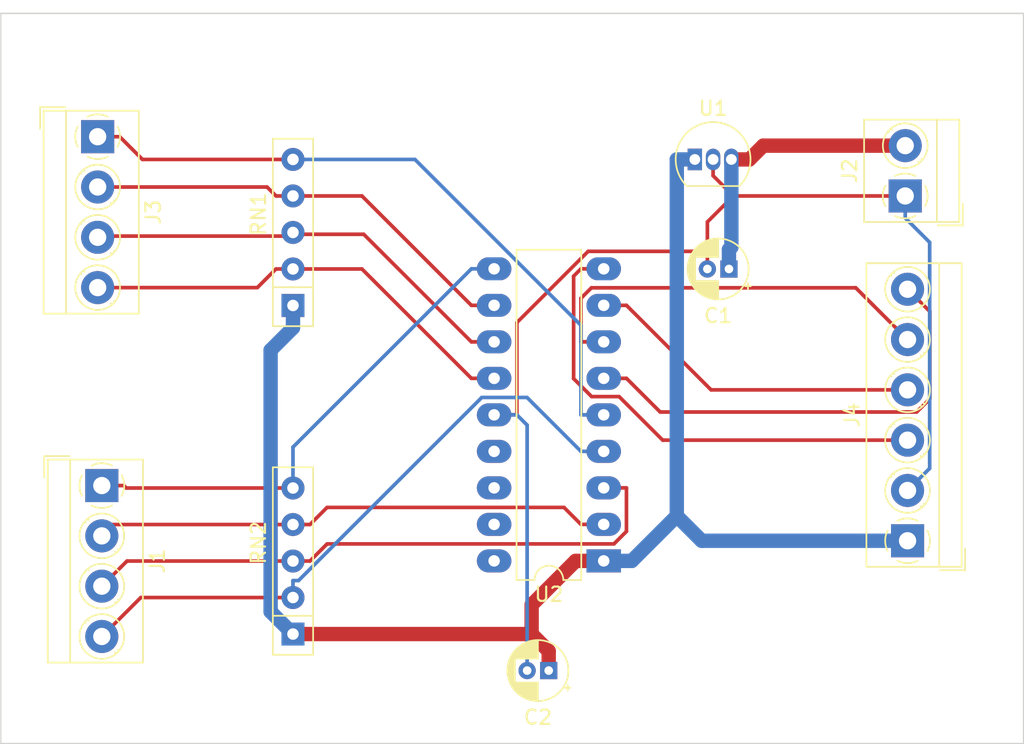
<source format=kicad_pcb>
(kicad_pcb (version 20211014) (generator pcbnew)
  (layers (0 "F.Cu" signal) (31 "B.Cu" signal) (34 "B.Paste" user) (35 "F.Paste" user) (36 "B.SilkS" user "B.Silkscreen") (37 "F.SilkS" user "F.Silkscreen") (38 "B.Mask" user) (39 "F.Mask" user) (44 "Edge.Cuts" user))
  (net 0 "")
  (net 1 "+12V")
  (net 2 "GND")
  (net 3 "+5V")
  (net 4 "/RC0")
  (net 5 "Net-(J1-Pad2)")
  (net 6 "Net-(J1-Pad3)")
  (net 7 "Net-(J1-Pad4)")
  (net 8 "/RC5")
  (net 9 "Net-(J3-Pad2)")
  (net 10 "Net-(J3-Pad3)")
  (net 11 "Net-(J3-Pad4)")
  (net 12 "/RC1")
  (net 13 "Net-(J4-Pad4)")
  (net 14 "Net-(J4-Pad5)")
  (net 15 "Net-(J4-Pad6)")
  (footprint "Capacitor_THT:CP_Radial_D4.0mm_P1.50mm" (layer "F.Cu") (at 116.6726 53.34 180)
    (fp_text reference "C1" (at 0.75 -3.25) (layer "F.SilkS"))
    (fp_text value "330pF")
    (fp_line (start 0.79 -2.08) (end 0.79 -0.84) (layer "F.SilkS") (width 0.12))
    (fp_line (start 2.151 -1.552) (end 2.151 -0.84) (layer "F.SilkS") (width 0.12))
    (fp_line (start 2.431 -1.254) (end 2.431 1.254) (layer "F.SilkS") (width 0.12))
    (fp_line (start 1.511 0.84) (end 1.511 1.94) (layer "F.SilkS") (width 0.12))
    (fp_line (start 1.471 0.84) (end 1.471 1.954) (layer "F.SilkS") (width 0.12))
    (fp_line (start 1.03 -2.062) (end 1.03 -0.84) (layer "F.SilkS") (width 0.12))
    (fp_line (start 0.99 0.84) (end 0.99 2.067) (layer "F.SilkS") (width 0.12))
    (fp_line (start 1.911 -1.735) (end 1.911 -0.84) (layer "F.SilkS") (width 0.12))
    (fp_line (start 2.231 0.84) (end 2.231 1.478) (layer "F.SilkS") (width 0.12))
    (fp_line (start 1.39 -1.982) (end 1.39 -0.84) (layer "F.SilkS") (width 0.12))
    (fp_line (start 1.991 0.84) (end 1.991 1.68) (layer "F.SilkS") (width 0.12))
    (fp_line (start 2.071 -1.619) (end 2.071 -0.84) (layer "F.SilkS") (width 0.12))
    (fp_line (start 1.671 0.84) (end 1.671 1.87) (layer "F.SilkS") (width 0.12))
    (fp_line (start 1.43 -1.968) (end 1.43 -0.84) (layer "F.SilkS") (width 0.12))
    (fp_line (start 1.951 -1.708) (end 1.951 -0.84) (layer "F.SilkS") (width 0.12))
    (fp_line (start 1.831 -1.785) (end 1.831 -0.84) (layer "F.SilkS") (width 0.12))
    (fp_line (start 2.151 0.84) (end 2.151 1.552) (layer "F.SilkS") (width 0.12))
    (fp_line (start 2.311 -1.396) (end 2.311 -0.84) (layer "F.SilkS") (width 0.12))
    (fp_line (start 1.871 0.84) (end 1.871 1.76) (layer "F.SilkS") (width 0.12))
    (fp_line (start 1.911 0.84) (end 1.911 1.735) (layer "F.SilkS") (width 0.12))
    (fp_line (start 1.35 0.84) (end 1.35 1.994) (layer "F.SilkS") (width 0.12))
    (fp_line (start 1.35 -1.994) (end 1.35 -0.84) (layer "F.SilkS") (width 0.12))
    (fp_line (start 1.791 -1.808) (end 1.791 -0.84) (layer "F.SilkS") (width 0.12))
    (fp_line (start 1.15 -2.042) (end 1.15 -0.84) (layer "F.SilkS") (width 0.12))
    (fp_line (start 1.591 0.84) (end 1.591 1.907) (layer "F.SilkS") (width 0.12))
    (fp_line (start 2.511 -1.142) (end 2.511 1.142) (layer "F.SilkS") (width 0.12))
    (fp_line (start -1.519801 -1.195) (end -1.119801 -1.195) (layer "F.SilkS") (width 0.12))
    (fp_line (start 2.271 0.84) (end 2.271 1.438) (layer "F.SilkS") (width 0.12))
    (fp_line (start 1.871 -1.76) (end 1.871 -0.84) (layer "F.SilkS") (width 0.12))
    (fp_line (start 2.271 -1.438) (end 2.271 -0.84) (layer "F.SilkS") (width 0.12))
    (fp_line (start 1.27 0.84) (end 1.27 2.016) (layer "F.SilkS") (width 0.12))
    (fp_line (start 1.711 0.84) (end 1.711 1.851) (layer "F.SilkS") (width 0.12))
    (fp_line (start 0.87 -2.077) (end 0.87 -0.84) (layer "F.SilkS") (width 0.12))
    (fp_line (start 1.711 -1.851) (end 1.711 -0.84) (layer "F.SilkS") (width 0.12))
    (fp_line (start 1.551 0.84) (end 1.551 1.924) (layer "F.SilkS") (width 0.12))
    (fp_line (start 0.87 0.84) (end 0.87 2.077) (layer "F.SilkS") (width 0.12))
    (fp_line (start 1.951 0.84) (end 1.951 1.708) (layer "F.SilkS") (width 0.12))
    (fp_line (start 2.711 -0.768) (end 2.711 0.768) (layer "F.SilkS") (width 0.12))
    (fp_line (start 2.111 0.84) (end 2.111 1.587) (layer "F.SilkS") (width 0.12))
    (fp_line (start 2.551 -1.08) (end 2.551 1.08) (layer "F.SilkS") (width 0.12))
    (fp_line (start 0.91 0.84) (end 0.91 2.074) (layer "F.SilkS") (width 0.12))
    (fp_line (start 1.511 -1.94) (end 1.511 -0.84) (layer "F.SilkS") (width 0.12))
    (fp_line (start 1.831 0.84) (end 1.831 1.785) (layer "F.SilkS") (width 0.12))
    (fp_line (start 2.791 -0.537) (end 2.791 0.537) (layer "F.SilkS") (width 0.12))
    (fp_line (start 1.671 -1.87) (end 1.671 -0.84) (layer "F.SilkS") (width 0.12))
    (fp_line (start 1.751 -1.83) (end 1.751 -0.84) (layer "F.SilkS") (width 0.12))
    (fp_line (start 2.191 -1.516) (end 2.191 -0.84) (layer "F.SilkS") (width 0.12))
    (fp_line (start -1.319801 -1.395) (end -1.319801 -0.995) (layer "F.SilkS") (width 0.12))
    (fp_line (start 0.99 -2.067) (end 0.99 -0.84) (layer "F.SilkS") (width 0.12))
    (fp_line (start 2.831 -0.37) (end 2.831 0.37) (layer "F.SilkS") (width 0.12))
    (fp_line (start 0.95 -2.071) (end 0.95 -0.84) (layer "F.SilkS") (width 0.12))
    (fp_line (start 1.991 -1.68) (end 1.991 -0.84) (layer "F.SilkS") (width 0.12))
    (fp_line (start 1.791 0.84) (end 1.791 1.808) (layer "F.SilkS") (width 0.12))
    (fp_line (start 2.351 -1.351) (end 2.351 1.351) (layer "F.SilkS") (width 0.12))
    (fp_line (start 1.631 -1.889) (end 1.631 -0.84) (layer "F.SilkS") (width 0.12))
    (fp_line (start 1.15 0.84) (end 1.15 2.042) (layer "F.SilkS") (width 0.12))
    (fp_line (start 1.39 0.84) (end 1.39 1.982) (layer "F.SilkS") (width 0.12))
    (fp_line (start 0.83 -2.079) (end 0.83 -0.84) (layer "F.SilkS") (width 0.12))
    (fp_line (start 1.551 -1.924) (end 1.551 -0.84) (layer "F.SilkS") (width 0.12))
    (fp_line (start 2.111 -1.587) (end 2.111 -0.84) (layer "F.SilkS") (width 0.12))
    (fp_line (start 1.27 -2.016) (end 1.27 -0.84) (layer "F.SilkS") (width 0.12))
    (fp_line (start 1.591 -1.907) (end 1.591 -0.84) (layer "F.SilkS") (width 0.12))
    (fp_line (start 0.83 0.84) (end 0.83 2.079) (layer "F.SilkS") (width 0.12))
    (fp_line (start 1.11 0.84) (end 1.11 2.05) (layer "F.SilkS") (width 0.12))
    (fp_line (start 1.03 0.84) (end 1.03 2.062) (layer "F.SilkS") (width 0.12))
    (fp_line (start 2.671 -0.859) (end 2.671 0.859) (layer "F.SilkS") (width 0.12))
    (fp_line (start 2.071 0.84) (end 2.071 1.619) (layer "F.SilkS") (width 0.12))
    (fp_line (start 2.311 0.84) (end 2.311 1.396) (layer "F.SilkS") (width 0.12))
    (fp_line (start 1.31 0.84) (end 1.31 2.005) (layer "F.SilkS") (width 0.12))
    (fp_line (start 1.07 -2.056) (end 1.07 -0.84) (layer "F.SilkS") (width 0.12))
    (fp_line (start 2.231 -1.478) (end 2.231 -0.84) (layer "F.SilkS") (width 0.12))
    (fp_line (start 1.23 -2.025) (end 1.23 -0.84) (layer "F.SilkS") (width 0.12))
    (fp_line (start 1.631 0.84) (end 1.631 1.889) (layer "F.SilkS") (width 0.12))
    (fp_line (start 1.23 0.84) (end 1.23 2.025) (layer "F.SilkS") (width 0.12))
    (fp_line (start 2.631 -0.94) (end 2.631 0.94) (layer "F.SilkS") (width 0.12))
    (fp_line (start 2.751 -0.664) (end 2.751 0.664) (layer "F.SilkS") (width 0.12))
    (fp_line (start 2.191 0.84) (end 2.191 1.516) (layer "F.SilkS") (width 0.12))
    (fp_line (start 1.19 0.84) (end 1.19 2.034) (layer "F.SilkS") (width 0.12))
    (fp_line (start 0.75 -2.08) (end 0.75 -0.84) (layer "F.SilkS") (width 0.12))
    (fp_line (start 0.91 -2.074) (end 0.91 -0.84) (layer "F.SilkS") (width 0.12))
    (fp_line (start 0.95 0.84) (end 0.95 2.071) (layer "F.SilkS") (width 0.12))
    (fp_line (start 1.471 -1.954) (end 1.471 -0.84) (layer "F.SilkS") (width 0.12))
    (fp_line (start 2.031 0.84) (end 2.031 1.65) (layer "F.SilkS") (width 0.12))
    (fp_line (start 1.19 -2.034) (end 1.19 -0.84) (layer "F.SilkS") (width 0.12))
    (fp_line (start 2.471 -1.2) (end 2.471 1.2) (layer "F.SilkS") (width 0.12))
    (fp_line (start 0.75 0.84) (end 0.75 2.08) (layer "F.SilkS") (width 0.12))
    (fp_line (start 1.07 0.84) (end 1.07 2.056) (layer "F.SilkS") (width 0.12))
    (fp_line (start 2.591 -1.013) (end 2.591 1.013) (layer "F.SilkS") (width 0.12))
    (fp_line (start 1.43 0.84) (end 1.43 1.968) (layer "F.SilkS") (width 0.12))
    (fp_line (start 1.751 0.84) (end 1.751 1.83) (layer "F.SilkS") (width 0.12))
    (fp_line (start 0.79 0.84) (end 0.79 2.08) (layer "F.SilkS") (width 0.12))
    (fp_line (start 1.31 -2.005) (end 1.31 -0.84) (layer "F.SilkS") (width 0.12))
    (fp_line (start 1.11 -2.05) (end 1.11 -0.84) (layer "F.SilkS") (width 0.12))
    (fp_line (start 2.391 -1.304) (end 2.391 1.304) (layer "F.SilkS") (width 0.12))
    (fp_line (start 2.031 -1.65) (end 2.031 -0.84) (layer "F.SilkS") (width 0.12))
    (fp_circle (center 0.75 0) (end 2.87 0) (layer "F.SilkS") (width 0.12) (fill none))
    (pad "1" thru_hole rect (at 0 0 180) (size 1.2 1.2) (drill 0.6) (layers *.Cu *.Mask) (net 1 "+12V"))
    (pad "2" thru_hole circle (at 1.5 0 180) (size 1.2 1.2) (drill 0.6) (layers *.Cu *.Mask) (net 2 "GND"))
  )
  (footprint "TerminalBlock_MetzConnect:TerminalBlock_MetzConnect_Type059_RT06306HBWC_1x06_P3.50mm_Horizontal" (layer "F.Cu") (at 129.09 72.25 90)
    (fp_text reference "J4" (at 8.75 -3.86 90) (layer "F.SilkS"))
    (fp_text value "Screw_Terminal_01x06")
    (fp_line (start 6.065 1.125) (end 6.011 1.18) (layer "F.SilkS") (width 0.12))
    (fp_line (start 16.397 0.914) (end 16.321 0.99) (layer "F.SilkS") (width 0.12))
    (fp_line (start 15.18 -0.99) (end 15.104 -0.914) (layer "F.SilkS") (width 0.12))
    (fp_line (start 7.99 -1.18) (end 7.936 -1.126) (layer "F.SilkS") (width 0.12))
    (fp_line (start -2.05 2.26) (end -2.05 4) (layer "F.SilkS") (width 0.12))
    (fp_line (start 11.68 -0.99) (end 11.604 -0.914) (layer "F.SilkS") (width 0.12))
    (fp_line (start 19.311 -2.86) (end 19.311 3.76) (layer "F.SilkS") (width 0.12))
    (fp_line (start -1.81 2.2) (end 19.311 2.2) (layer "F.SilkS") (width 0.12))
    (fp_line (start 14.99 -1.18) (end 14.936 -1.126) (layer "F.SilkS") (width 0.12))
    (fp_line (start 11.49 -1.18) (end 11.436 -1.126) (layer "F.SilkS") (width 0.12))
    (fp_line (start 2.397 0.914) (end 2.321 0.99) (layer "F.SilkS") (width 0.12))
    (fp_line (start 12.897 0.914) (end 12.821 0.99) (layer "F.SilkS") (width 0.12))
    (fp_line (start -1.81 -2.86) (end 19.311 -2.86) (layer "F.SilkS") (width 0.12))
    (fp_line (start 8.18 -0.99) (end 8.104 -0.914) (layer "F.SilkS") (width 0.12))
    (fp_line (start 13.065 1.125) (end 13.011 1.18) (layer "F.SilkS") (width 0.12))
    (fp_line (start 2.565 1.125) (end 2.511 1.18) (layer "F.SilkS") (width 0.12))
    (fp_line (start -1.81 3.76) (end 19.311 3.76) (layer "F.SilkS") (width 0.12))
    (fp_line (start -1.81 -2.86) (end -1.81 3.76) (layer "F.SilkS") (width 0.12))
    (fp_line (start 18.49 -1.18) (end 18.436 -1.126) (layer "F.SilkS") (width 0.12))
    (fp_line (start 5.897 0.914) (end 5.821 0.99) (layer "F.SilkS") (width 0.12))
    (fp_line (start 18.68 -0.99) (end 18.604 -0.914) (layer "F.SilkS") (width 0.12))
    (fp_line (start 4.49 -1.18) (end 4.436 -1.126) (layer "F.SilkS") (width 0.12))
    (fp_line (start 16.565 1.125) (end 16.511 1.18) (layer "F.SilkS") (width 0.12))
    (fp_line (start 4.68 -0.99) (end 4.604 -0.914) (layer "F.SilkS") (width 0.12))
    (fp_line (start 9.565 1.125) (end 9.511 1.18) (layer "F.SilkS") (width 0.12))
    (fp_line (start 9.397 0.914) (end 9.321 0.99) (layer "F.SilkS") (width 0.12))
    (fp_line (start -2.05 4) (end -0.55 4) (layer "F.SilkS") (width 0.12))
    (fp_arc (start -1.386645 0.705733) (mid -1.555906 -0.000711) (end -1.386 -0.707) (layer "F.SilkS") (width 0.12))
    (fp_arc (start 0.705955 1.385515) (mid 0.363007 1.512035) (end 0 1.555) (layer "F.SilkS") (width 0.12))
    (fp_arc (start -0.705733 -1.386645) (mid 0.000711 -1.555906) (end 0.707 -1.386) (layer "F.SilkS") (width 0.12))
    (fp_arc (start 1.386645 -0.705733) (mid 1.555906 0.000711) (end 1.386 0.707) (layer "F.SilkS") (width 0.12))
    (fp_arc (start 0.026444 1.555682) (mid -0.350695 1.515869) (end -0.707 1.386) (layer "F.SilkS") (width 0.12))
    (fp_circle (center 10.5 0) (end 12.055 0) (layer "F.SilkS") (width 0.12) (fill none))
    (fp_circle (center 3.5 0) (end 5.055 0) (layer "F.SilkS") (width 0.12) (fill none))
    (fp_circle (center 14 0) (end 15.555 0) (layer "F.SilkS") (width 0.12) (fill none))
    (fp_circle (center 17.5 0) (end 19.055 0) (layer "F.SilkS") (width 0.12) (fill none))
    (fp_circle (center 7 0) (end 8.555 0) (layer "F.SilkS") (width 0.12) (fill none))
    (pad "1" thru_hole rect (at 0 0 90) (size 2.3 2.3) (drill 1.2) (layers *.Cu *.Mask) (net 3 "+5V"))
    (pad "2" thru_hole circle (at 3.5 0 90) (size 2.3 2.3) (drill 1.2) (layers *.Cu *.Mask) (net 2 "GND"))
    (pad "3" thru_hole circle (at 7 0 90) (size 2.3 2.3) (drill 1.2) (layers *.Cu *.Mask) (net 12 "/RC1"))
    (pad "4" thru_hole circle (at 10.5 0 90) (size 2.3 2.3) (drill 1.2) (layers *.Cu *.Mask) (net 13 "Net-(J4-Pad4)"))
    (pad "5" thru_hole circle (at 14 0 90) (size 2.3 2.3) (drill 1.2) (layers *.Cu *.Mask) (net 14 "Net-(J4-Pad5)"))
    (pad "6" thru_hole circle (at 17.5 0 90) (size 2.3 2.3) (drill 1.2) (layers *.Cu *.Mask) (net 15 "Net-(J4-Pad6)"))
  )
  (footprint "Resistor_THT:R_Array_SIP5" (layer "F.Cu") (at 86.36 55.88 90)
    (fp_text reference "RN1" (at 6.35 -2.4 90) (layer "F.SilkS"))
    (fp_text value "10k")
    (fp_line (start 11.6 1.4) (end 11.6 -1.4) (layer "F.SilkS") (width 0.12))
    (fp_line (start -1.44 -1.4) (end -1.44 1.4) (layer "F.SilkS") (width 0.12))
    (fp_line (start -1.44 1.4) (end 11.6 1.4) (layer "F.SilkS") (width 0.12))
    (fp_line (start 11.6 -1.4) (end -1.44 -1.4) (layer "F.SilkS") (width 0.12))
    (fp_line (start 1.27 -1.4) (end 1.27 1.4) (layer "F.SilkS") (width 0.12))
    (pad "1" thru_hole rect (at 0 0 90) (size 1.6 1.6) (drill 0.8) (layers *.Cu *.Mask) (net 3 "+5V"))
    (pad "2" thru_hole oval (at 2.54 0 90) (size 1.6 1.6) (drill 0.8) (layers *.Cu *.Mask) (net 11 "Net-(J3-Pad4)"))
    (pad "3" thru_hole oval (at 5.08 0 90) (size 1.6 1.6) (drill 0.8) (layers *.Cu *.Mask) (net 10 "Net-(J3-Pad3)"))
    (pad "4" thru_hole oval (at 7.62 0 90) (size 1.6 1.6) (drill 0.8) (layers *.Cu *.Mask) (net 9 "Net-(J3-Pad2)"))
    (pad "5" thru_hole oval (at 10.16 0 90) (size 1.6 1.6) (drill 0.8) (layers *.Cu *.Mask) (net 8 "/RC5"))
  )
  (footprint "TerminalBlock_MetzConnect:TerminalBlock_MetzConnect_Type059_RT06304HBWC_1x04_P3.50mm_Horizontal" (layer "F.Cu") (at 72.78 44.137 -90)
    (fp_text reference "J3" (at 5.25 -3.86 90) (layer "F.SilkS"))
    (fp_text value "Screw_Terminal_01x04")
    (fp_line (start -1.81 3.76) (end 12.31 3.76) (layer "F.SilkS") (width 0.12))
    (fp_line (start 7.99 -1.18) (end 7.936 -1.126) (layer "F.SilkS") (width 0.12))
    (fp_line (start 4.68 -0.99) (end 4.604 -0.914) (layer "F.SilkS") (width 0.12))
    (fp_line (start -1.81 2.2) (end 12.31 2.2) (layer "F.SilkS") (width 0.12))
    (fp_line (start -1.81 -2.86) (end -1.81 3.76) (layer "F.SilkS") (width 0.12))
    (fp_line (start 9.565 1.125) (end 9.511 1.18) (layer "F.SilkS") (width 0.12))
    (fp_line (start -2.05 2.26) (end -2.05 4) (layer "F.SilkS") (width 0.12))
    (fp_line (start 2.397 0.914) (end 2.321 0.99) (layer "F.SilkS") (width 0.12))
    (fp_line (start 11.49 -1.18) (end 11.436 -1.126) (layer "F.SilkS") (width 0.12))
    (fp_line (start 6.065 1.125) (end 6.011 1.18) (layer "F.SilkS") (width 0.12))
    (fp_line (start 5.897 0.914) (end 5.821 0.99) (layer "F.SilkS") (width 0.12))
    (fp_line (start -1.81 -2.86) (end 12.31 -2.86) (layer "F.SilkS") (width 0.12))
    (fp_line (start 9.397 0.914) (end 9.321 0.99) (layer "F.SilkS") (width 0.12))
    (fp_line (start 11.68 -0.99) (end 11.604 -0.914) (layer "F.SilkS") (width 0.12))
    (fp_line (start 12.31 -2.86) (end 12.31 3.76) (layer "F.SilkS") (width 0.12))
    (fp_line (start 2.565 1.125) (end 2.511 1.18) (layer "F.SilkS") (width 0.12))
    (fp_line (start 4.49 -1.18) (end 4.436 -1.126) (layer "F.SilkS") (width 0.12))
    (fp_line (start 8.18 -0.99) (end 8.104 -0.914) (layer "F.SilkS") (width 0.12))
    (fp_line (start -2.05 4) (end -0.55 4) (layer "F.SilkS") (width 0.12))
    (fp_arc (start 1.386645 -0.705733) (mid 1.555906 0.000711) (end 1.386 0.707) (layer "F.SilkS") (width 0.12))
    (fp_arc (start 0.026444 1.555682) (mid -0.350695 1.515869) (end -0.707 1.386) (layer "F.SilkS") (width 0.12))
    (fp_arc (start -1.386645 0.705733) (mid -1.555906 -0.000711) (end -1.386 -0.707) (layer "F.SilkS") (width 0.12))
    (fp_arc (start -0.705733 -1.386645) (mid 0.000711 -1.555906) (end 0.707 -1.386) (layer "F.SilkS") (width 0.12))
    (fp_arc (start 0.705955 1.385515) (mid 0.363007 1.512035) (end 0 1.555) (layer "F.SilkS") (width 0.12))
    (fp_circle (center 3.5 0) (end 5.055 0) (layer "F.SilkS") (width 0.12) (fill none))
    (fp_circle (center 10.5 0) (end 12.055 0) (layer "F.SilkS") (width 0.12) (fill none))
    (fp_circle (center 7 0) (end 8.555 0) (layer "F.SilkS") (width 0.12) (fill none))
    (pad "1" thru_hole rect (at 0 0 270) (size 2.3 2.3) (drill 1.2) (layers *.Cu *.Mask) (net 8 "/RC5"))
    (pad "2" thru_hole circle (at 3.5 0 270) (size 2.3 2.3) (drill 1.2) (layers *.Cu *.Mask) (net 9 "Net-(J3-Pad2)"))
    (pad "3" thru_hole circle (at 7 0 270) (size 2.3 2.3) (drill 1.2) (layers *.Cu *.Mask) (net 10 "Net-(J3-Pad3)"))
    (pad "4" thru_hole circle (at 10.5 0 270) (size 2.3 2.3) (drill 1.2) (layers *.Cu *.Mask) (net 11 "Net-(J3-Pad4)"))
  )
  (footprint "Package_DIP:DIP-18_W7.62mm_LongPads" (layer "F.Cu") (at 107.965 73.65 180)
    (fp_text reference "U2" (at 3.81 -2.33) (layer "F.SilkS"))
    (fp_text value "PIC16F684-IP")
    (fp_line (start 6.06 -1.33) (end 4.81 -1.33) (layer "F.SilkS") (width 0.12))
    (fp_line (start 2.81 -1.33) (end 1.56 -1.33) (layer "F.SilkS") (width 0.12))
    (fp_line (start 1.56 -1.33) (end 1.56 21.65) (layer "F.SilkS") (width 0.12))
    (fp_line (start 1.56 21.65) (end 6.06 21.65) (layer "F.SilkS") (width 0.12))
    (fp_line (start 6.06 21.65) (end 6.06 -1.33) (layer "F.SilkS") (width 0.12))
    (fp_arc (start 4.81 -1.33) (mid 3.81 -0.33) (end 2.81 -1.33) (layer "F.SilkS") (width 0.12))
    (pad "1" thru_hole rect (at 0 0 180) (size 2.4 1.6) (drill 0.8) (layers *.Cu *.Mask) (net 3 "+5V"))
    (pad "2" thru_hole oval (at 0 2.54 180) (size 2.4 1.6) (drill 0.8) (layers *.Cu *.Mask) (net 5 "Net-(J1-Pad2)"))
    (pad "3" thru_hole oval (at 0 5.08 180) (size 2.4 1.6) (drill 0.8) (layers *.Cu *.Mask) (net 6 "Net-(J1-Pad3)"))
    (pad "4" thru_hole oval (at 0 7.62 180) (size 2.4 1.6) (drill 0.8) (layers *.Cu *.Mask) (net 7 "Net-(J1-Pad4)"))
    (pad "5" thru_hole oval (at 0 10.16 180) (size 2.4 1.6) (drill 0.8) (layers *.Cu *.Mask) (net 8 "/RC5"))
    (pad "6" thru_hole oval (at 0 12.7 180) (size 2.4 1.6) (drill 0.8) (layers *.Cu *.Mask) (net 15 "Net-(J4-Pad6)"))
    (pad "7" thru_hole oval (at 0 15.24 180) (size 2.4 1.6) (drill 0.8) (layers *.Cu *.Mask) (net 14 "Net-(J4-Pad5)"))
    (pad "8" thru_hole oval (at 0 17.78 180) (size 2.4 1.6) (drill 0.8) (layers *.Cu *.Mask) (net 13 "Net-(J4-Pad4)"))
    (pad "9" thru_hole oval (at 0 20.32 180) (size 2.4 1.6) (drill 0.8) (layers *.Cu *.Mask) (net 12 "/RC1"))
    (pad "10" thru_hole oval (at 7.62 20.32 180) (size 2.4 1.6) (drill 0.8) (layers *.Cu *.Mask) (net 4 "/RC0"))
    (pad "11" thru_hole oval (at 7.62 17.78 180) (size 2.4 1.6) (drill 0.8) (layers *.Cu *.Mask) (net 9 "Net-(J3-Pad2)"))
    (pad "12" thru_hole oval (at 7.62 15.24 180) (size 2.4 1.6) (drill 0.8) (layers *.Cu *.Mask) (net 10 "Net-(J3-Pad3)"))
    (pad "13" thru_hole oval (at 7.62 12.7 180) (size 2.4 1.6) (drill 0.8) (layers *.Cu *.Mask) (net 11 "Net-(J3-Pad4)"))
    (pad "14" thru_hole oval (at 7.62 10.16 180) (size 2.4 1.6) (drill 0.8) (layers *.Cu *.Mask) (net 2 "GND"))
    (pad "15" thru_hole oval (at 7.62 7.62 180) (size 2.4 1.6) (drill 0.8) (layers *.Cu *.Mask))
    (pad "16" thru_hole oval (at 7.62 5.08 180) (size 2.4 1.6) (drill 0.8) (layers *.Cu *.Mask))
    (pad "17" thru_hole oval (at 7.62 2.54 180) (size 2.4 1.6) (drill 0.8) (layers *.Cu *.Mask))
    (pad "18" thru_hole oval (at 7.62 0 180) (size 2.4 1.6) (drill 0.8) (layers *.Cu *.Mask))
  )
  (footprint "Package_TO_SOT_THT:TO-92_Inline" (layer "F.Cu") (at 114.3 45.72)
    (fp_text reference "U1" (at 1.27 -3.56) (layer "F.SilkS"))
    (fp_text value "L78L05_TO92")
    (fp_line (start -0.53 1.85) (end 3.07 1.85) (layer "F.SilkS") (width 0.12))
    (fp_arc (start -0.568478 1.838478) (mid -1.132087 -0.994977) (end 1.27 -2.6) (layer "F.SilkS") (width 0.12))
    (fp_arc (start 1.27 -2.6) (mid 3.672087 -0.994977) (end 3.108478 1.838478) (layer "F.SilkS") (width 0.12))
    (pad "1" thru_hole rect (at 0 0) (size 1 1.5) (drill 0.75) (layers *.Cu *.Mask) (net 3 "+5V"))
    (pad "2" thru_hole oval (at 1.27 0) (size 1 1.5) (drill 0.75) (layers *.Cu *.Mask) (net 2 "GND"))
    (pad "3" thru_hole oval (at 2.54 0) (size 1 1.5) (drill 0.75) (layers *.Cu *.Mask) (net 1 "+12V"))
  )
  (footprint "TerminalBlock_MetzConnect:TerminalBlock_MetzConnect_Type059_RT06304HBWC_1x04_P3.50mm_Horizontal" (layer "F.Cu") (at 73.069 68.41 -90)
    (fp_text reference "J1" (at 5.25 -3.86 90) (layer "F.SilkS"))
    (fp_text value "Screw_Terminal_01x04")
    (fp_line (start 2.565 1.125) (end 2.511 1.18) (layer "F.SilkS") (width 0.12))
    (fp_line (start -1.81 -2.86) (end -1.81 3.76) (layer "F.SilkS") (width 0.12))
    (fp_line (start -2.05 4) (end -0.55 4) (layer "F.SilkS") (width 0.12))
    (fp_line (start 9.565 1.125) (end 9.511 1.18) (layer "F.SilkS") (width 0.12))
    (fp_line (start 2.397 0.914) (end 2.321 0.99) (layer "F.SilkS") (width 0.12))
    (fp_line (start 12.31 -2.86) (end 12.31 3.76) (layer "F.SilkS") (width 0.12))
    (fp_line (start 4.49 -1.18) (end 4.436 -1.126) (layer "F.SilkS") (width 0.12))
    (fp_line (start 8.18 -0.99) (end 8.104 -0.914) (layer "F.SilkS") (width 0.12))
    (fp_line (start -1.81 -2.86) (end 12.31 -2.86) (layer "F.SilkS") (width 0.12))
    (fp_line (start 4.68 -0.99) (end 4.604 -0.914) (layer "F.SilkS") (width 0.12))
    (fp_line (start 9.397 0.914) (end 9.321 0.99) (layer "F.SilkS") (width 0.12))
    (fp_line (start 7.99 -1.18) (end 7.936 -1.126) (layer "F.SilkS") (width 0.12))
    (fp_line (start 6.065 1.125) (end 6.011 1.18) (layer "F.SilkS") (width 0.12))
    (fp_line (start -1.81 2.2) (end 12.31 2.2) (layer "F.SilkS") (width 0.12))
    (fp_line (start 11.49 -1.18) (end 11.436 -1.126) (layer "F.SilkS") (width 0.12))
    (fp_line (start 11.68 -0.99) (end 11.604 -0.914) (layer "F.SilkS") (width 0.12))
    (fp_line (start -1.81 3.76) (end 12.31 3.76) (layer "F.SilkS") (width 0.12))
    (fp_line (start 5.897 0.914) (end 5.821 0.99) (layer "F.SilkS") (width 0.12))
    (fp_line (start -2.05 2.26) (end -2.05 4) (layer "F.SilkS") (width 0.12))
    (fp_arc (start -0.705733 -1.386645) (mid 0.000711 -1.555906) (end 0.707 -1.386) (layer "F.SilkS") (width 0.12))
    (fp_arc (start 0.705955 1.385515) (mid 0.363007 1.512035) (end 0 1.555) (layer "F.SilkS") (width 0.12))
    (fp_arc (start 1.386645 -0.705733) (mid 1.555906 0.000711) (end 1.386 0.707) (layer "F.SilkS") (width 0.12))
    (fp_arc (start 0.026444 1.555682) (mid -0.350695 1.515869) (end -0.707 1.386) (layer "F.SilkS") (width 0.12))
    (fp_arc (start -1.386645 0.705733) (mid -1.555906 -0.000711) (end -1.386 -0.707) (layer "F.SilkS") (width 0.12))
    (fp_circle (center 10.5 0) (end 12.055 0) (layer "F.SilkS") (width 0.12) (fill none))
    (fp_circle (center 7 0) (end 8.555 0) (layer "F.SilkS") (width 0.12) (fill none))
    (fp_circle (center 3.5 0) (end 5.055 0) (layer "F.SilkS") (width 0.12) (fill none))
    (pad "1" thru_hole rect (at 0 0 270) (size 2.3 2.3) (drill 1.2) (layers *.Cu *.Mask) (net 4 "/RC0"))
    (pad "2" thru_hole circle (at 3.5 0 270) (size 2.3 2.3) (drill 1.2) (layers *.Cu *.Mask) (net 5 "Net-(J1-Pad2)"))
    (pad "3" thru_hole circle (at 7 0 270) (size 2.3 2.3) (drill 1.2) (layers *.Cu *.Mask) (net 6 "Net-(J1-Pad3)"))
    (pad "4" thru_hole circle (at 10.5 0 270) (size 2.3 2.3) (drill 1.2) (layers *.Cu *.Mask) (net 7 "Net-(J1-Pad4)"))
  )
  (footprint "Resistor_THT:R_Array_SIP5" (layer "F.Cu") (at 86.36 78.74 90)
    (fp_text reference "RN2" (at 6.35 -2.4 90) (layer "F.SilkS"))
    (fp_text value "10k")
    (fp_line (start -1.44 -1.4) (end -1.44 1.4) (layer "F.SilkS") (width 0.12))
    (fp_line (start 11.6 1.4) (end 11.6 -1.4) (layer "F.SilkS") (width 0.12))
    (fp_line (start 11.6 -1.4) (end -1.44 -1.4) (layer "F.SilkS") (width 0.12))
    (fp_line (start -1.44 1.4) (end 11.6 1.4) (layer "F.SilkS") (width 0.12))
    (fp_line (start 1.27 -1.4) (end 1.27 1.4) (layer "F.SilkS") (width 0.12))
    (pad "1" thru_hole rect (at 0 0 90) (size 1.6 1.6) (drill 0.8) (layers *.Cu *.Mask) (net 3 "+5V"))
    (pad "2" thru_hole oval (at 2.54 0 90) (size 1.6 1.6) (drill 0.8) (layers *.Cu *.Mask) (net 7 "Net-(J1-Pad4)"))
    (pad "3" thru_hole oval (at 5.08 0 90) (size 1.6 1.6) (drill 0.8) (layers *.Cu *.Mask) (net 6 "Net-(J1-Pad3)"))
    (pad "4" thru_hole oval (at 7.62 0 90) (size 1.6 1.6) (drill 0.8) (layers *.Cu *.Mask) (net 5 "Net-(J1-Pad2)"))
    (pad "5" thru_hole oval (at 10.16 0 90) (size 1.6 1.6) (drill 0.8) (layers *.Cu *.Mask) (net 4 "/RC0"))
  )
  (footprint "Capacitor_THT:CP_Radial_D4.0mm_P1.50mm" (layer "F.Cu") (at 104.14 81.28 180)
    (fp_text reference "C2" (at 0.75 -3.25) (layer "F.SilkS"))
    (fp_text value "100pF")
    (fp_line (start 1.03 -2.062) (end 1.03 -0.84) (layer "F.SilkS") (width 0.12))
    (fp_line (start 2.511 -1.142) (end 2.511 1.142) (layer "F.SilkS") (width 0.12))
    (fp_line (start 1.831 -1.785) (end 1.831 -0.84) (layer "F.SilkS") (width 0.12))
    (fp_line (start 1.511 0.84) (end 1.511 1.94) (layer "F.SilkS") (width 0.12))
    (fp_line (start 0.91 -2.074) (end 0.91 -0.84) (layer "F.SilkS") (width 0.12))
    (fp_line (start 1.831 0.84) (end 1.831 1.785) (layer "F.SilkS") (width 0.12))
    (fp_line (start 1.591 0.84) (end 1.591 1.907) (layer "F.SilkS") (width 0.12))
    (fp_line (start 1.871 0.84) (end 1.871 1.76) (layer "F.SilkS") (width 0.12))
    (fp_line (start -1.319801 -1.395) (end -1.319801 -0.995) (layer "F.SilkS") (width 0.12))
    (fp_line (start 0.75 -2.08) (end 0.75 -0.84) (layer "F.SilkS") (width 0.12))
    (fp_line (start 1.11 0.84) (end 1.11 2.05) (layer "F.SilkS") (width 0.12))
    (fp_line (start -1.519801 -1.195) (end -1.119801 -1.195) (layer "F.SilkS") (width 0.12))
    (fp_line (start 1.471 -1.954) (end 1.471 -0.84) (layer "F.SilkS") (width 0.12))
    (fp_line (start 1.19 0.84) (end 1.19 2.034) (layer "F.SilkS") (width 0.12))
    (fp_line (start 1.23 -2.025) (end 1.23 -0.84) (layer "F.SilkS") (width 0.12))
    (fp_line (start 1.15 -2.042) (end 1.15 -0.84) (layer "F.SilkS") (width 0.12))
    (fp_line (start 2.591 -1.013) (end 2.591 1.013) (layer "F.SilkS") (width 0.12))
    (fp_line (start 2.711 -0.768) (end 2.711 0.768) (layer "F.SilkS") (width 0.12))
    (fp_line (start 1.671 -1.87) (end 1.671 -0.84) (layer "F.SilkS") (width 0.12))
    (fp_line (start 1.27 0.84) (end 1.27 2.016) (layer "F.SilkS") (width 0.12))
    (fp_line (start 2.071 -1.619) (end 2.071 -0.84) (layer "F.SilkS") (width 0.12))
    (fp_line (start 1.07 -2.056) (end 1.07 -0.84) (layer "F.SilkS") (width 0.12))
    (fp_line (start 2.031 -1.65) (end 2.031 -0.84) (layer "F.SilkS") (width 0.12))
    (fp_line (start 2.271 -1.438) (end 2.271 -0.84) (layer "F.SilkS") (width 0.12))
    (fp_line (start 1.31 0.84) (end 1.31 2.005) (layer "F.SilkS") (width 0.12))
    (fp_line (start 1.43 -1.968) (end 1.43 -0.84) (layer "F.SilkS") (width 0.12))
    (fp_line (start 1.591 -1.907) (end 1.591 -0.84) (layer "F.SilkS") (width 0.12))
    (fp_line (start 1.871 -1.76) (end 1.871 -0.84) (layer "F.SilkS") (width 0.12))
    (fp_line (start 1.751 -1.83) (end 1.751 -0.84) (layer "F.SilkS") (width 0.12))
    (fp_line (start 2.231 0.84) (end 2.231 1.478) (layer "F.SilkS") (width 0.12))
    (fp_line (start 0.87 0.84) (end 0.87 2.077) (layer "F.SilkS") (width 0.12))
    (fp_line (start 1.19 -2.034) (end 1.19 -0.84) (layer "F.SilkS") (width 0.12))
    (fp_line (start 0.99 0.84) (end 0.99 2.067) (layer "F.SilkS") (width 0.12))
    (fp_line (start 0.87 -2.077) (end 0.87 -0.84) (layer "F.SilkS") (width 0.12))
    (fp_line (start 1.27 -2.016) (end 1.27 -0.84) (layer "F.SilkS") (width 0.12))
    (fp_line (start 2.431 -1.254) (end 2.431 1.254) (layer "F.SilkS") (width 0.12))
    (fp_line (start 2.151 0.84) (end 2.151 1.552) (layer "F.SilkS") (width 0.12))
    (fp_line (start 1.43 0.84) (end 1.43 1.968) (layer "F.SilkS") (width 0.12))
    (fp_line (start 1.551 -1.924) (end 1.551 -0.84) (layer "F.SilkS") (width 0.12))
    (fp_line (start 0.95 0.84) (end 0.95 2.071) (layer "F.SilkS") (width 0.12))
    (fp_line (start 1.35 -1.994) (end 1.35 -0.84) (layer "F.SilkS") (width 0.12))
    (fp_line (start 2.311 0.84) (end 2.311 1.396) (layer "F.SilkS") (width 0.12))
    (fp_line (start 1.751 0.84) (end 1.751 1.83) (layer "F.SilkS") (width 0.12))
    (fp_line (start 1.671 0.84) (end 1.671 1.87) (layer "F.SilkS") (width 0.12))
    (fp_line (start 1.911 0.84) (end 1.911 1.735) (layer "F.SilkS") (width 0.12))
    (fp_line (start 2.111 0.84) (end 2.111 1.587) (layer "F.SilkS") (width 0.12))
    (fp_line (start 0.79 -2.08) (end 0.79 -0.84) (layer "F.SilkS") (width 0.12))
    (fp_line (start 1.15 0.84) (end 1.15 2.042) (layer "F.SilkS") (width 0.12))
    (fp_line (start 2.271 0.84) (end 2.271 1.438) (layer "F.SilkS") (width 0.12))
    (fp_line (start 1.951 -1.708) (end 1.951 -0.84) (layer "F.SilkS") (width 0.12))
    (fp_line (start 2.551 -1.08) (end 2.551 1.08) (layer "F.SilkS") (width 0.12))
    (fp_line (start 2.391 -1.304) (end 2.391 1.304) (layer "F.SilkS") (width 0.12))
    (fp_line (start 2.311 -1.396) (end 2.311 -0.84) (layer "F.SilkS") (width 0.12))
    (fp_line (start 1.03 0.84) (end 1.03 2.062) (layer "F.SilkS") (width 0.12))
    (fp_line (start 2.191 -1.516) (end 2.191 -0.84) (layer "F.SilkS") (width 0.12))
    (fp_line (start 1.35 0.84) (end 1.35 1.994) (layer "F.SilkS") (width 0.12))
    (fp_line (start 1.791 0.84) (end 1.791 1.808) (layer "F.SilkS") (width 0.12))
    (fp_line (start 1.991 0.84) (end 1.991 1.68) (layer "F.SilkS") (width 0.12))
    (fp_line (start 0.83 -2.079) (end 0.83 -0.84) (layer "F.SilkS") (width 0.12))
    (fp_line (start 1.631 -1.889) (end 1.631 -0.84) (layer "F.SilkS") (width 0.12))
    (fp_line (start 0.83 0.84) (end 0.83 2.079) (layer "F.SilkS") (width 0.12))
    (fp_line (start 0.91 0.84) (end 0.91 2.074) (layer "F.SilkS") (width 0.12))
    (fp_line (start 1.911 -1.735) (end 1.911 -0.84) (layer "F.SilkS") (width 0.12))
    (fp_line (start 2.151 -1.552) (end 2.151 -0.84) (layer "F.SilkS") (width 0.12))
    (fp_line (start 0.79 0.84) (end 0.79 2.08) (layer "F.SilkS") (width 0.12))
    (fp_line (start 2.351 -1.351) (end 2.351 1.351) (layer "F.SilkS") (width 0.12))
    (fp_line (start 1.951 0.84) (end 1.951 1.708) (layer "F.SilkS") (width 0.12))
    (fp_line (start 1.551 0.84) (end 1.551 1.924) (layer "F.SilkS") (width 0.12))
    (fp_line (start 1.07 0.84) (end 1.07 2.056) (layer "F.SilkS") (width 0.12))
    (fp_line (start 1.511 -1.94) (end 1.511 -0.84) (layer "F.SilkS") (width 0.12))
    (fp_line (start 1.991 -1.68) (end 1.991 -0.84) (layer "F.SilkS") (width 0.12))
    (fp_line (start 2.631 -0.94) (end 2.631 0.94) (layer "F.SilkS") (width 0.12))
    (fp_line (start 1.711 -1.851) (end 1.711 -0.84) (layer "F.SilkS") (width 0.12))
    (fp_line (start 0.95 -2.071) (end 0.95 -0.84) (layer "F.SilkS") (width 0.12))
    (fp_line (start 0.99 -2.067) (end 0.99 -0.84) (layer "F.SilkS") (width 0.12))
    (fp_line (start 2.831 -0.37) (end 2.831 0.37) (layer "F.SilkS") (width 0.12))
    (fp_line (start 2.471 -1.2) (end 2.471 1.2) (layer "F.SilkS") (width 0.12))
    (fp_line (start 2.231 -1.478) (end 2.231 -0.84) (layer "F.SilkS") (width 0.12))
    (fp_line (start 1.39 0.84) (end 1.39 1.982) (layer "F.SilkS") (width 0.12))
    (fp_line (start 2.191 0.84) (end 2.191 1.516) (layer "F.SilkS") (width 0.12))
    (fp_line (start 1.11 -2.05) (end 1.11 -0.84) (layer "F.SilkS") (width 0.12))
    (fp_line (start 2.031 0.84) (end 2.031 1.65) (layer "F.SilkS") (width 0.12))
    (fp_line (start 0.75 0.84) (end 0.75 2.08) (layer "F.SilkS") (width 0.12))
    (fp_line (start 2.791 -0.537) (end 2.791 0.537) (layer "F.SilkS") (width 0.12))
    (fp_line (start 1.791 -1.808) (end 1.791 -0.84) (layer "F.SilkS") (width 0.12))
    (fp_line (start 2.751 -0.664) (end 2.751 0.664) (layer "F.SilkS") (width 0.12))
    (fp_line (start 1.31 -2.005) (end 1.31 -0.84) (layer "F.SilkS") (width 0.12))
    (fp_line (start 1.631 0.84) (end 1.631 1.889) (layer "F.SilkS") (width 0.12))
    (fp_line (start 2.111 -1.587) (end 2.111 -0.84) (layer "F.SilkS") (width 0.12))
    (fp_line (start 1.39 -1.982) (end 1.39 -0.84) (layer "F.SilkS") (width 0.12))
    (fp_line (start 1.23 0.84) (end 1.23 2.025) (layer "F.SilkS") (width 0.12))
    (fp_line (start 1.471 0.84) (end 1.471 1.954) (layer "F.SilkS") (width 0.12))
    (fp_line (start 1.711 0.84) (end 1.711 1.851) (layer "F.SilkS") (width 0.12))
    (fp_line (start 2.671 -0.859) (end 2.671 0.859) (layer "F.SilkS") (width 0.12))
    (fp_line (start 2.071 0.84) (end 2.071 1.619) (layer "F.SilkS") (width 0.12))
    (fp_circle (center 0.75 0) (end 2.87 0) (layer "F.SilkS") (width 0.12) (fill none))
    (pad "1" thru_hole rect (at 0 0 180) (size 1.2 1.2) (drill 0.6) (layers *.Cu *.Mask) (net 3 "+5V"))
    (pad "2" thru_hole circle (at 1.5 0 180) (size 1.2 1.2) (drill 0.6) (layers *.Cu *.Mask) (net 2 "GND"))
  )
  (footprint "TerminalBlock_MetzConnect:TerminalBlock_MetzConnect_Type059_RT06302HBWC_1x02_P3.50mm_Horizontal" (layer "F.Cu") (at 128.9282 48.26 90)
    (fp_text reference "J2" (at 1.75 -3.86 90) (layer "F.SilkS"))
    (fp_text value "Screw_Terminal_01x02")
    (fp_line (start 2.397 0.914) (end 2.321 0.99) (layer "F.SilkS") (width 0.12))
    (fp_line (start -2.05 2.26) (end -2.05 4) (layer "F.SilkS") (width 0.12))
    (fp_line (start 2.565 1.125) (end 2.511 1.18) (layer "F.SilkS") (width 0.12))
    (fp_line (start -2.05 4) (end -0.55 4) (layer "F.SilkS") (width 0.12))
    (fp_line (start -1.81 -2.86) (end -1.81 3.76) (layer "F.SilkS") (width 0.12))
    (fp_line (start 4.68 -0.99) (end 4.604 -0.914) (layer "F.SilkS") (width 0.12))
    (fp_line (start -1.81 2.2) (end 5.31 2.2) (layer "F.SilkS") (width 0.12))
    (fp_line (start -1.81 3.76) (end 5.31 3.76) (layer "F.SilkS") (width 0.12))
    (fp_line (start 5.31 -2.86) (end 5.31 3.76) (layer "F.SilkS") (width 0.12))
    (fp_line (start 4.49 -1.18) (end 4.436 -1.126) (layer "F.SilkS") (width 0.12))
    (fp_line (start -1.81 -2.86) (end 5.31 -2.86) (layer "F.SilkS") (width 0.12))
    (fp_arc (start -0.705733 -1.386645) (mid 0.000711 -1.555906) (end 0.707 -1.386) (layer "F.SilkS") (width 0.12))
    (fp_arc (start 0.705955 1.385515) (mid 0.363007 1.512035) (end 0 1.555) (layer "F.SilkS") (width 0.12))
    (fp_arc (start 1.386645 -0.705733) (mid 1.555906 0.000711) (end 1.386 0.707) (layer "F.SilkS") (width 0.12))
    (fp_arc (start 0.026444 1.555682) (mid -0.350695 1.515869) (end -0.707 1.386) (layer "F.SilkS") (width 0.12))
    (fp_arc (start -1.386645 0.705733) (mid -1.555906 -0.000711) (end -1.386 -0.707) (layer "F.SilkS") (width 0.12))
    (fp_circle (center 3.5 0) (end 5.055 0) (layer "F.SilkS") (width 0.12) (fill none))
    (pad "1" thru_hole rect (at 0 0 90) (size 2.3 2.3) (drill 1.2) (layers *.Cu *.Mask) (net 2 "GND"))
    (pad "2" thru_hole circle (at 3.5 0 90) (size 2.3 2.3) (drill 1.2) (layers *.Cu *.Mask) (net 1 "+12V"))
  )
  (gr_rect (start 66.04 35.56) (end 137.16 86.36) (layer "Edge.Cuts") (width 0.1) (fill none))
  (segment (start 116.84 45.72) (end 118.0941 45.72) (width 1) (layer "F.Cu") (net 1))
  (segment (start 119.0541 44.76) (end 118.0941 45.72) (width 1) (layer "F.Cu") (net 1))
  (segment (start 128.9282 44.76) (end 119.0541 44.76) (width 1) (layer "F.Cu") (net 1))
  (segment (start 116.6726 53.34) (end 116.6726 51.9859) (width 1) (layer "B.Cu") (net 1))
  (segment (start 116.84 45.72) (end 116.84 51.8185) (width 1) (layer "B.Cu") (net 1))
  (segment (start 116.84 51.8185) (end 116.6726 51.9859) (width 1) (layer "B.Cu") (net 1))
  (segment (start 116.9789 48.26) (end 115.1726 50.0663) (width 0.254) (layer "F.Cu") (net 2))
  (segment (start 116.9789 48.26) (end 115.57 46.8511) (width 0.254) (layer "F.Cu") (net 2))
  (segment (start 106.8829 52.1123) (end 101.9261 57.0691) (width 0.254) (layer "F.Cu") (net 2))
  (segment (start 115.1726 50.0663) (end 115.1726 52.1123) (width 0.254) (layer "F.Cu") (net 2))
  (segment (start 128.9282 48.26) (end 116.9789 48.26) (width 0.254) (layer "F.Cu") (net 2))
  (segment (start 101.9261 57.0691) (end 101.9261 63.49) (width 0.254) (layer "F.Cu") (net 2))
  (segment (start 100.345 63.49) (end 101.9261 63.49) (width 0.254) (layer "F.Cu") (net 2))
  (segment (start 115.57 45.72) (end 115.57 46.8511) (width 0.254) (layer "F.Cu") (net 2))
  (segment (start 115.1726 52.1123) (end 115.1726 53.34) (width 0.254) (layer "F.Cu") (net 2))
  (segment (start 115.1726 52.1123) (end 106.8829 52.1123) (width 0.254) (layer "F.Cu") (net 2))
  (segment (start 128.9282 48.26) (end 128.9282 49.7911) (width 0.254) (layer "B.Cu") (net 2))
  (segment (start 102.64 64.2039) (end 101.9261 63.49) (width 0.254) (layer "B.Cu") (net 2))
  (segment (start 100.345 63.49) (end 101.9261 63.49) (width 0.254) (layer "B.Cu") (net 2))
  (segment (start 102.64 81.28) (end 102.64 64.2039) (width 0.254) (layer "B.Cu") (net 2))
  (segment (start 130.6281 67.2119) (end 129.09 68.75) (width 0.254) (layer "B.Cu") (net 2))
  (segment (start 128.9282 49.7911) (end 130.6281 51.491) (width 0.254) (layer "B.Cu") (net 2))
  (segment (start 130.6281 51.491) (end 130.6281 67.2119) (width 0.254) (layer "B.Cu") (net 2))
  (segment (start 102.9541 78.74) (end 104.14 79.9259) (width 1) (layer "F.Cu") (net 3))
  (segment (start 86.36 78.74) (end 102.9541 78.74) (width 1) (layer "F.Cu") (net 3))
  (segment (start 107.965 73.65) (end 106.0109 73.65) (width 1) (layer "F.Cu") (net 3))
  (segment (start 104.14 81.28) (end 104.14 79.9259) (width 1) (layer "F.Cu") (net 3))
  (segment (start 102.9541 76.7068) (end 106.0109 73.65) (width 1) (layer "F.Cu") (net 3))
  (segment (start 102.9541 78.74) (end 102.9541 76.7068) (width 1) (layer "F.Cu") (net 3))
  (segment (start 86.36 78.74) (end 84.8059 77.1859) (width 1) (layer "B.Cu") (net 3))
  (segment (start 113.0459 45.72) (end 113.0459 70.5232) (width 1) (layer "B.Cu") (net 3))
  (segment (start 113.0459 70.5232) (end 109.9191 73.65) (width 1) (layer "B.Cu") (net 3))
  (segment (start 84.8059 58.9882) (end 86.36 57.4341) (width 1) (layer "B.Cu") (net 3))
  (segment (start 114.3 45.72) (end 113.0459 45.72) (width 1) (layer "B.Cu") (net 3))
  (segment (start 84.8059 77.1859) (end 84.8059 58.9882) (width 1) (layer "B.Cu") (net 3))
  (segment (start 86.36 55.88) (end 86.36 57.4341) (width 1) (layer "B.Cu") (net 3))
  (segment (start 113.0459 70.5232) (end 114.7727 72.25) (width 1) (layer "B.Cu") (net 3))
  (segment (start 107.965 73.65) (end 109.9191 73.65) (width 1) (layer "B.Cu") (net 3))
  (segment (start 114.7727 72.25) (end 129.09 72.25) (width 1) (layer "B.Cu") (net 3))
  (segment (start 73.069 68.41) (end 74.6001 68.41) (width 0.254) (layer "F.Cu") (net 4))
  (segment (start 74.7701 68.58) (end 74.6001 68.41) (width 0.254) (layer "F.Cu") (net 4))
  (segment (start 86.36 68.58) (end 74.7701 68.58) (width 0.254) (layer "F.Cu") (net 4))
  (segment (start 86.36 65.7339) (end 98.7639 53.33) (width 0.254) (layer "B.Cu") (net 4))
  (segment (start 100.345 53.33) (end 98.7639 53.33) (width 0.254) (layer "B.Cu") (net 4))
  (segment (start 86.36 68.58) (end 86.36 65.7339) (width 0.254) (layer "B.Cu") (net 4))
  (segment (start 105.2028 69.9289) (end 106.3839 71.11) (width 0.254) (layer "F.Cu") (net 5))
  (segment (start 107.965 71.11) (end 106.3839 71.11) (width 0.254) (layer "F.Cu") (net 5))
  (segment (start 88.7322 69.9289) (end 105.2028 69.9289) (width 0.254) (layer "F.Cu") (net 5))
  (segment (start 86.36 71.12) (end 87.5411 71.12) (width 0.254) (layer "F.Cu") (net 5))
  (segment (start 87.5411 71.12) (end 88.7322 69.9289) (width 0.254) (layer "F.Cu") (net 5))
  (segment (start 73.069 71.91) (end 73.859 71.12) (width 0.254) (layer "F.Cu") (net 5))
  (segment (start 73.859 71.12) (end 86.36 71.12) (width 0.254) (layer "F.Cu") (net 5))
  (segment (start 108.6774 72.4688) (end 109.5461 71.6001) (width 0.254) (layer "F.Cu") (net 6))
  (segment (start 109.5461 71.6001) (end 109.5461 68.57) (width 0.254) (layer "F.Cu") (net 6))
  (segment (start 86.36 73.66) (end 87.5411 73.66) (width 0.254) (layer "F.Cu") (net 6))
  (segment (start 74.819 73.66) (end 86.36 73.66) (width 0.254) (layer "F.Cu") (net 6))
  (segment (start 73.069 75.41) (end 74.819 73.66) (width 0.254) (layer "F.Cu") (net 6))
  (segment (start 87.5411 73.66) (end 88.7323 72.4688) (width 0.254) (layer "F.Cu") (net 6))
  (segment (start 88.7323 72.4688) (end 108.6774 72.4688) (width 0.254) (layer "F.Cu") (net 6))
  (segment (start 107.965 68.57) (end 109.5461 68.57) (width 0.254) (layer "F.Cu") (net 6))
  (segment (start 75.779 76.2) (end 73.069 78.91) (width 0.254) (layer "F.Cu") (net 7))
  (segment (start 86.36 76.2) (end 75.779 76.2) (width 0.254) (layer "F.Cu") (net 7))
  (segment (start 86.7456 75.0189) (end 86.36 75.0189) (width 0.254) (layer "B.Cu") (net 7))
  (segment (start 107.965 66.03) (end 106.3839 66.03) (width 0.254) (layer "B.Cu") (net 7))
  (segment (start 106.3839 66.03) (end 102.6334 62.2795) (width 0.254) (layer "B.Cu") (net 7))
  (segment (start 86.36 76.2) (end 86.36 75.0189) (width 0.254) (layer "B.Cu") (net 7))
  (segment (start 102.6334 62.2795) (end 99.485 62.2795) (width 0.254) (layer "B.Cu") (net 7))
  (segment (start 99.485 62.2795) (end 86.7456 75.0189) (width 0.254) (layer "B.Cu") (net 7))
  (segment (start 75.8941 45.72) (end 86.36 45.72) (width 0.254) (layer "F.Cu") (net 8))
  (segment (start 72.78 44.137) (end 74.3111 44.137) (width 0.254) (layer "F.Cu") (net 8))
  (segment (start 74.3111 44.137) (end 75.8941 45.72) (width 0.254) (layer "F.Cu") (net 8))
  (segment (start 107.965 63.49) (end 106.3839 63.49) (width 0.254) (layer "B.Cu") (net 8))
  (segment (start 106.3839 63.49) (end 106.3839 57.2631) (width 0.254) (layer "B.Cu") (net 8))
  (segment (start 106.3839 57.2631) (end 94.8408 45.72) (width 0.254) (layer "B.Cu") (net 8))
  (segment (start 94.8408 45.72) (end 86.36 45.72) (width 0.254) (layer "B.Cu") (net 8))
  (segment (start 100.345 55.87) (end 98.7639 55.87) (width 0.254) (layer "F.Cu") (net 9))
  (segment (start 84.5559 47.637) (end 85.1789 48.26) (width 0.254) (layer "F.Cu") (net 9))
  (segment (start 98.7639 55.87) (end 91.1539 48.26) (width 0.254) (layer "F.Cu") (net 9))
  (segment (start 86.36 48.26) (end 85.1789 48.26) (width 0.254) (layer "F.Cu") (net 9))
  (segment (start 72.78 47.637) (end 84.5559 47.637) (width 0.254) (layer "F.Cu") (net 9))
  (segment (start 91.1539 48.26) (end 86.36 48.26) (width 0.254) (layer "F.Cu") (net 9))
  (segment (start 91.2802 50.9263) (end 98.7639 58.41) (width 0.254) (layer "F.Cu") (net 10))
  (segment (start 100.345 58.41) (end 98.7639 58.41) (width 0.254) (layer "F.Cu") (net 10))
  (segment (start 86.1073 51.0527) (end 86.2337 50.9263) (width 0.254) (layer "F.Cu") (net 10))
  (segment (start 86.023 51.137) (end 86.1073 51.0527) (width 0.254) (layer "F.Cu") (net 10))
  (segment (start 86.2337 50.9263) (end 91.2802 50.9263) (width 0.254) (layer "F.Cu") (net 10))
  (segment (start 86.2337 50.9263) (end 86.36 50.8) (width 0.254) (layer "F.Cu") (net 10))
  (segment (start 72.8643 51.0527) (end 72.78 51.137) (width 0.254) (layer "F.Cu") (net 10))
  (segment (start 86.1073 51.0527) (end 72.8643 51.0527) (width 0.254) (layer "F.Cu") (net 10))
  (segment (start 86.36 53.34) (end 91.1539 53.34) (width 0.254) (layer "F.Cu") (net 11))
  (segment (start 91.1539 53.34) (end 98.7639 60.95) (width 0.254) (layer "F.Cu") (net 11))
  (segment (start 83.8819 54.637) (end 85.1789 53.34) (width 0.254) (layer "F.Cu") (net 11))
  (segment (start 72.78 54.637) (end 83.8819 54.637) (width 0.254) (layer "F.Cu") (net 11))
  (segment (start 86.36 53.34) (end 85.1789 53.34) (width 0.254) (layer "F.Cu") (net 11))
  (segment (start 100.345 60.95) (end 98.7639 60.95) (width 0.254) (layer "F.Cu") (net 11))
  (segment (start 129.09 65.25) (end 112.0658 65.25) (width 0.254) (layer "F.Cu") (net 12))
  (segment (start 107.1242 62.22) (end 105.8732 60.969) (width 0.254) (layer "F.Cu") (net 12))
  (segment (start 109.0358 62.22) (end 107.1242 62.22) (width 0.254) (layer "F.Cu") (net 12))
  (segment (start 105.8732 60.969) (end 105.8732 53.8407) (width 0.254) (layer "F.Cu") (net 12))
  (segment (start 105.8732 53.8407) (end 106.3839 53.33) (width 0.254) (layer "F.Cu") (net 12))
  (segment (start 107.965 53.33) (end 106.3839 53.33) (width 0.254) (layer "F.Cu") (net 12))
  (segment (start 112.0658 65.25) (end 109.0358 62.22) (width 0.254) (layer "F.Cu") (net 12))
  (segment (start 109.5461 55.87) (end 115.4261 61.75) (width 0.254) (layer "F.Cu") (net 13))
  (segment (start 115.4261 61.75) (end 129.09 61.75) (width 0.254) (layer "F.Cu") (net 13))
  (segment (start 107.965 55.87) (end 109.5461 55.87) (width 0.254) (layer "F.Cu") (net 13))
  (segment (start 106.3839 58.41) (end 106.3839 55.3744) (width 0.254) (layer "F.Cu") (net 14))
  (segment (start 107.1076 54.6507) (end 125.4907 54.6507) (width 0.254) (layer "F.Cu") (net 14))
  (segment (start 106.3839 55.3744) (end 107.1076 54.6507) (width 0.254) (layer "F.Cu") (net 14))
  (segment (start 125.4907 54.6507) (end 129.09 58.25) (width 0.254) (layer "F.Cu") (net 14))
  (segment (start 107.965 58.41) (end 106.3839 58.41) (width 0.254) (layer "F.Cu") (net 14))
  (segment (start 129.7236 63.2928) (end 130.6415 62.3749) (width 0.254) (layer "F.Cu") (net 15))
  (segment (start 107.965 60.95) (end 109.5461 60.95) (width 0.254) (layer "F.Cu") (net 15))
  (segment (start 111.8889 63.2928) (end 129.7236 63.2928) (width 0.254) (layer "F.Cu") (net 15))
  (segment (start 130.6415 62.3749) (end 130.6415 56.3015) (width 0.254) (layer "F.Cu") (net 15))
  (segment (start 130.6415 56.3015) (end 129.09 54.75) (width 0.254) (layer "F.Cu") (net 15))
  (segment (start 109.5461 60.95) (end 111.8889 63.2928) (width 0.254) (layer "F.Cu") (net 15))
)
</source>
